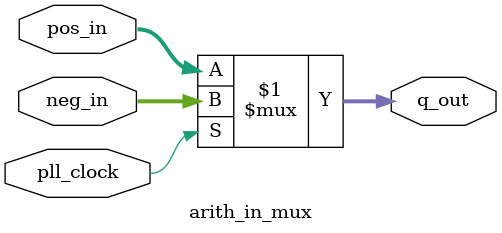
<source format=v>
module arith_in_mux (pos_in, neg_in, q_out, pll_clock);
// signals for connecting to the Avalon fabric
input pll_clock;
input [31:0] pos_in, neg_in;
output [31:0] q_out;


assign q_out = pll_clock ? neg_in : pos_in;

endmodule
</source>
